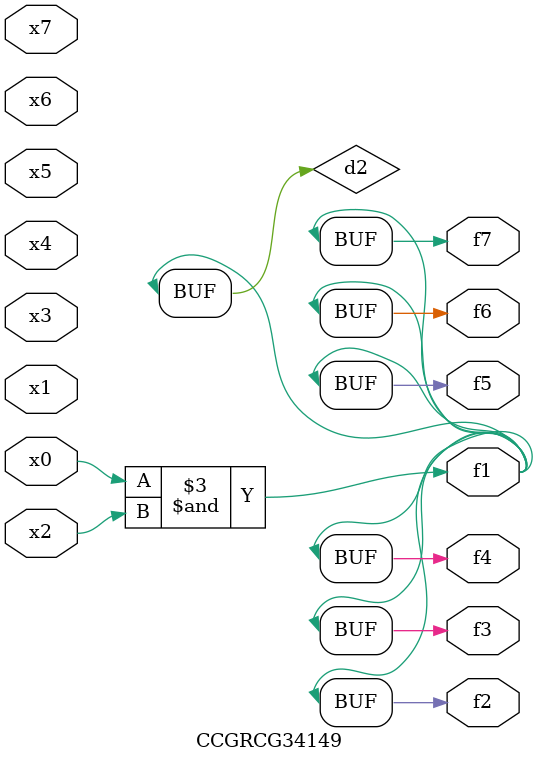
<source format=v>
module CCGRCG34149(
	input x0, x1, x2, x3, x4, x5, x6, x7,
	output f1, f2, f3, f4, f5, f6, f7
);

	wire d1, d2;

	nor (d1, x3, x6);
	and (d2, x0, x2);
	assign f1 = d2;
	assign f2 = d2;
	assign f3 = d2;
	assign f4 = d2;
	assign f5 = d2;
	assign f6 = d2;
	assign f7 = d2;
endmodule

</source>
